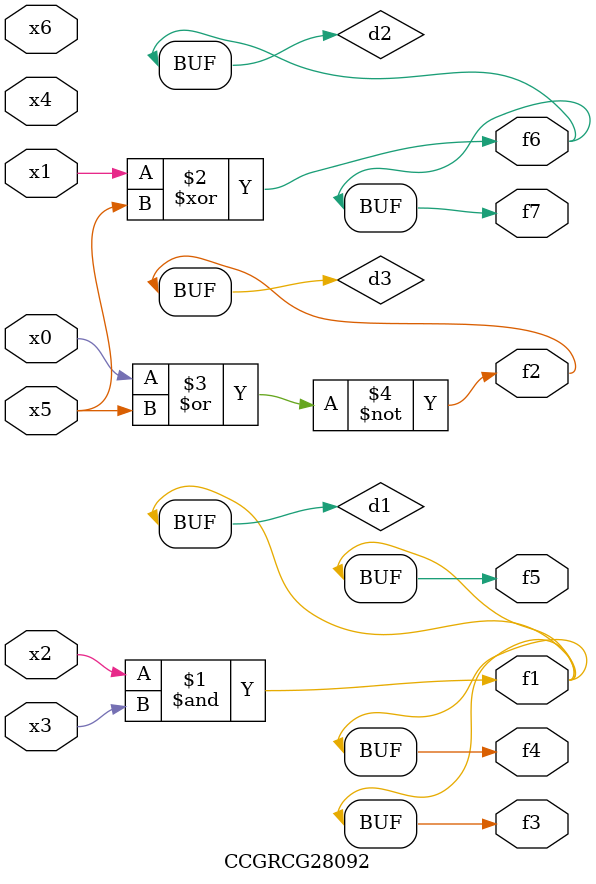
<source format=v>
module CCGRCG28092(
	input x0, x1, x2, x3, x4, x5, x6,
	output f1, f2, f3, f4, f5, f6, f7
);

	wire d1, d2, d3;

	and (d1, x2, x3);
	xor (d2, x1, x5);
	nor (d3, x0, x5);
	assign f1 = d1;
	assign f2 = d3;
	assign f3 = d1;
	assign f4 = d1;
	assign f5 = d1;
	assign f6 = d2;
	assign f7 = d2;
endmodule

</source>
